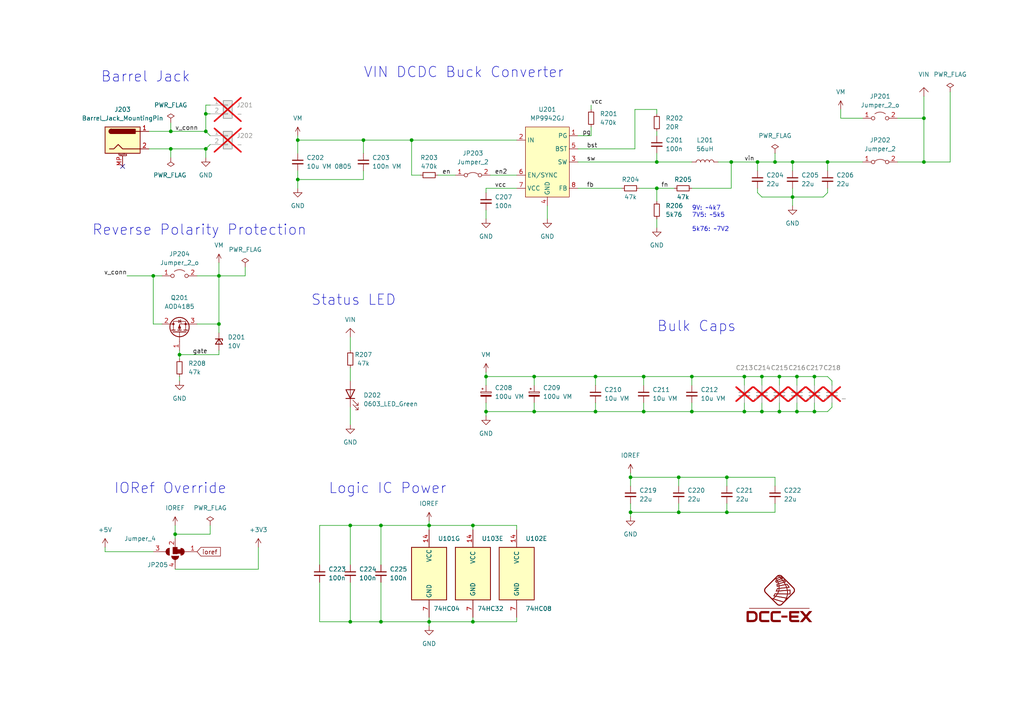
<source format=kicad_sch>
(kicad_sch (version 20230121) (generator eeschema)
  (paper "A4")
  (title_block (title "EX-Motorshield8874") (date "2023-02-23") (rev "RevA") (company "semify-eda.com") (comment 1 "Engineer: Erwin Peterlin") (comment 3 "CERN-OHL-W v2 or later") (comment 4 "Licensed under"))
  (lib_symbols
    (symbol "74xx:74HC04"
      (property "Reference" "U" (at 0 1.27 0))
      (property "Value" "74HC04" (at 0 -1.27 0))
      (symbol "74HC04_1_0"
        (pin input line (at -7.62 0 0) (length 3.81) (name "~") (number "1"))
        (pin output inverted (at 7.62 0 180) (length 3.81) (name "~") (number "2"))
      )
      (symbol "74HC04_2_0"
        (pin input line (at -7.62 0 0) (length 3.81) (name "~") (number "3"))
        (pin output inverted (at 7.62 0 180) (length 3.81) (name "~") (number "4"))
      )
      (symbol "74HC04_3_0"
        (pin input line (at -7.62 0 0) (length 3.81) (name "~") (number "5"))
        (pin output inverted (at 7.62 0 180) (length 3.81) (name "~") (number "6"))
      )
      (symbol "74HC04_4_0"
        (pin output inverted (at 7.62 0 180) (length 3.81) (name "~") (number "8"))
        (pin input line (at -7.62 0 0) (length 3.81) (name "~") (number "9"))
      )
      (symbol "74HC04_5_0"
        (pin output inverted (at 7.62 0 180) (length 3.81) (name "~") (number "10"))
        (pin input line (at -7.62 0 0) (length 3.81) (name "~") (number "11"))
      )
      (symbol "74HC04_6_0"
        (pin output inverted (at 7.62 0 180) (length 3.81) (name "~") (number "12"))
        (pin input line (at -7.62 0 0) (length 3.81) (name "~") (number "13"))
      )
      (symbol "74HC04_7_0"
        (pin power_in line (at 0 12.7 270) (length 5.08) (name "VCC") (number "14"))
        (pin power_in line (at 0 -12.7 90) (length 5.08) (name "GND") (number "7"))
      )
    )
    (symbol "74xx:74LS08" (pin_names (offset 1.016))
      (property "Reference" "U" (at 0 1.27 0))
      (property "Value" "74LS08" (at 0 -1.27 0))
      (symbol "74LS08_1_1"
        (pin input line (at -7.62 2.54 0) (length 3.81) (name "~") (number "1"))
        (pin input line (at -7.62 -2.54 0) (length 3.81) (name "~") (number "2"))
        (pin output line (at 7.62 0 180) (length 3.81) (name "~") (number "3"))
      )
      (symbol "74LS08_1_2"
        (pin input inverted (at -7.62 2.54 0) (length 4.318) (name "~") (number "1"))
        (pin input inverted (at -7.62 -2.54 0) (length 4.318) (name "~") (number "2"))
        (pin output inverted (at 7.62 0 180) (length 3.81) (name "~") (number "3"))
      )
      (symbol "74LS08_2_1"
        (pin input line (at -7.62 2.54 0) (length 3.81) (name "~") (number "4"))
        (pin input line (at -7.62 -2.54 0) (length 3.81) (name "~") (number "5"))
        (pin output line (at 7.62 0 180) (length 3.81) (name "~") (number "6"))
      )
      (symbol "74LS08_2_2"
        (pin input inverted (at -7.62 2.54 0) (length 4.318) (name "~") (number "4"))
        (pin input inverted (at -7.62 -2.54 0) (length 4.318) (name "~") (number "5"))
        (pin output inverted (at 7.62 0 180) (length 3.81) (name "~") (number "6"))
      )
      (symbol "74LS08_3_1"
        (pin input line (at -7.62 -2.54 0) (length 3.81) (name "~") (number "10"))
        (pin output line (at 7.62 0 180) (length 3.81) (name "~") (number "8"))
        (pin input line (at -7.62 2.54 0) (length 3.81) (name "~") (number "9"))
      )
      (symbol "74LS08_3_2"
        (pin input inverted (at -7.62 -2.54 0) (length 4.318) (name "~") (number "10"))
        (pin output inverted (at 7.62 0 180) (length 3.81) (name "~") (number "8"))
        (pin input inverted (at -7.62 2.54 0) (length 4.318) (name "~") (number "9"))
      )
      (symbol "74LS08_4_1"
        (pin output line (at 7.62 0 180) (length 3.81) (name "~") (number "11"))
        (pin input line (at -7.62 2.54 0) (length 3.81) (name "~") (number "12"))
        (pin input line (at -7.62 -2.54 0) (length 3.81) (name "~") (number "13"))
      )
      (symbol "74LS08_4_2"
        (pin output inverted (at 7.62 0 180) (length 3.81) (name "~") (number "11"))
        (pin input inverted (at -7.62 2.54 0) (length 4.318) (name "~") (number "12"))
        (pin input inverted (at -7.62 -2.54 0) (length 4.318) (name "~") (number "13"))
      )
      (symbol "74LS08_5_0"
        (pin power_in line (at 0 12.7 270) (length 5.08) (name "VCC") (number "14"))
        (pin power_in line (at 0 -12.7 90) (length 5.08) (name "GND") (number "7"))
      )
    )
    (symbol "74xx:74LS32" (pin_names (offset 1.016))
      (property "Reference" "U" (at 0 1.27 0))
      (property "Value" "74LS32" (at 0 -1.27 0))
      (symbol "74LS32_1_1"
        (pin input line (at -7.62 2.54 0) (length 4.318) (name "~") (number "1"))
        (pin input line (at -7.62 -2.54 0) (length 4.318) (name "~") (number "2"))
        (pin output line (at 7.62 0 180) (length 3.81) (name "~") (number "3"))
      )
      (symbol "74LS32_1_2"
        (pin input inverted (at -7.62 2.54 0) (length 3.81) (name "~") (number "1"))
        (pin input inverted (at -7.62 -2.54 0) (length 3.81) (name "~") (number "2"))
        (pin output inverted (at 7.62 0 180) (length 3.81) (name "~") (number "3"))
      )
      (symbol "74LS32_2_1"
        (pin input line (at -7.62 2.54 0) (length 4.318) (name "~") (number "4"))
        (pin input line (at -7.62 -2.54 0) (length 4.318) (name "~") (number "5"))
        (pin output line (at 7.62 0 180) (length 3.81) (name "~") (number "6"))
      )
      (symbol "74LS32_2_2"
        (pin input inverted (at -7.62 2.54 0) (length 3.81) (name "~") (number "4"))
        (pin input inverted (at -7.62 -2.54 0) (length 3.81) (name "~") (number "5"))
        (pin output inverted (at 7.62 0 180) (length 3.81) (name "~") (number "6"))
      )
      (symbol "74LS32_3_1"
        (pin input line (at -7.62 -2.54 0) (length 4.318) (name "~") (number "10"))
        (pin output line (at 7.62 0 180) (length 3.81) (name "~") (number "8"))
        (pin input line (at -7.62 2.54 0) (length 4.318) (name "~") (number "9"))
      )
      (symbol "74LS32_3_2"
        (pin input inverted (at -7.62 -2.54 0) (length 3.81) (name "~") (number "10"))
        (pin output inverted (at 7.62 0 180) (length 3.81) (name "~") (number "8"))
        (pin input inverted (at -7.62 2.54 0) (length 3.81) (name "~") (number "9"))
      )
      (symbol "74LS32_4_1"
        (pin output line (at 7.62 0 180) (length 3.81) (name "~") (number "11"))
        (pin input line (at -7.62 2.54 0) (length 4.318) (name "~") (number "12"))
        (pin input line (at -7.62 -2.54 0) (length 4.318) (name "~") (number "13"))
      )
      (symbol "74LS32_4_2"
        (pin output inverted (at 7.62 0 180) (length 3.81) (name "~") (number "11"))
        (pin input inverted (at -7.62 2.54 0) (length 3.81) (name "~") (number "12"))
        (pin input inverted (at -7.62 -2.54 0) (length 3.81) (name "~") (number "13"))
      )
      (symbol "74LS32_5_0"
        (pin power_in line (at 0 12.7 270) (length 5.08) (name "VCC") (number "14"))
        (pin power_in line (at 0 -12.7 90) (length 5.08) (name "GND") (number "7"))
      )
    )
    (symbol "Connector:Barrel_Jack_MountingPin" (pin_names hide)
      (property "Reference" "J" (at 0 5.334 0))
      (property "Value" "Barrel_Jack_MountingPin" (at 1.27 -6.35 0))
      (symbol "Barrel_Jack_MountingPin_1_1"
        (text "Mounting" (at 0 -4.191 0) (effects (font (size 0.381 0.381))))
        (pin passive line (at 7.62 2.54 180) (length 2.54) (name "~") (number "1"))
        (pin passive line (at 7.62 -2.54 180) (length 2.54) (name "~") (number "2"))
        (pin passive line (at 0 -7.62 90) (length 3.048) (name "MountPin") (number "MP"))
      )
    )
    (symbol "Connector_Generic:Conn_01x02" (pin_names (offset 1.016) hide)
      (property "Reference" "J" (at 0 2.54 0))
      (property "Value" "Conn_01x02" (at 0 -5.08 0))
      (symbol "Conn_01x02_1_1"
        (pin passive line (at -5.08 0 0) (length 3.81) (name "Pin_1") (number "1"))
        (pin passive line (at -5.08 -2.54 0) (length 3.81) (name "Pin_2") (number "2"))
      )
    )
    (symbol "Device:C_Polarized_Small" (pin_numbers hide) (pin_names (offset 0.254) hide)
      (property "Reference" "C" (at 0.254 1.778 0))
      (property "Value" "C_Polarized_Small" (at 0.254 -2.032 0))
      (symbol "C_Polarized_Small_1_1"
        (pin passive line (at 0 2.54 270) (length 1.8542) (name "~") (number "1"))
        (pin passive line (at 0 -2.54 90) (length 1.8542) (name "~") (number "2"))
      )
    )
    (symbol "Device:C_Small" (pin_numbers hide) (pin_names (offset 0.254) hide)
      (property "Reference" "C" (at 0.254 1.778 0))
      (property "Value" "C_Small" (at 0.254 -2.032 0))
      (symbol "C_Small_1_1"
        (pin passive line (at 0 2.54 270) (length 2.032) (name "~") (number "1"))
        (pin passive line (at 0 -2.54 90) (length 2.032) (name "~") (number "2"))
      )
    )
    (symbol "Device:D_Zener_Small" (pin_numbers hide) (pin_names (offset 0.254) hide)
      (property "Reference" "D" (at 0 2.286 0))
      (property "Value" "D_Zener_Small" (at 0 -2.286 0))
      (symbol "D_Zener_Small_1_1"
        (pin passive line (at -2.54 0 0) (length 1.778) (name "K") (number "1"))
        (pin passive line (at 2.54 0 180) (length 1.778) (name "A") (number "2"))
      )
    )
    (symbol "Device:L" (pin_numbers hide) (pin_names (offset 1.016) hide)
      (property "Reference" "L" (at -1.27 0 90))
      (property "Value" "L" (at 1.905 0 90))
      (symbol "L_1_1"
        (pin passive line (at 0 3.81 270) (length 1.27) (name "1") (number "1"))
        (pin passive line (at 0 -3.81 90) (length 1.27) (name "2") (number "2"))
      )
    )
    (symbol "Device:LED" (pin_numbers hide) (pin_names (offset 1.016) hide)
      (property "Reference" "D" (at 0 2.54 0))
      (property "Value" "LED" (at 0 -2.54 0))
      (symbol "LED_1_1"
        (pin passive line (at -3.81 0 0) (length 2.54) (name "K") (number "1"))
        (pin passive line (at 3.81 0 180) (length 2.54) (name "A") (number "2"))
      )
    )
    (symbol "Device:R_Small" (pin_numbers hide) (pin_names (offset 0.254) hide)
      (property "Reference" "R" (at 0.762 0.508 0))
      (property "Value" "R_Small" (at 0.762 -1.016 0))
      (symbol "R_Small_1_1"
        (pin passive line (at 0 2.54 270) (length 0.762) (name "~") (number "1"))
        (pin passive line (at 0 -2.54 90) (length 0.762) (name "~") (number "2"))
      )
    )
    (symbol "Jumper:Jumper_2_Bridged" (pin_names (offset 0) hide)
      (property "Reference" "JP" (at 0 1.905 0))
      (property "Value" "Jumper_2_Bridged" (at 0 -2.54 0))
      (symbol "Jumper_2_Bridged_1_1"
        (pin passive line (at -5.08 0 0) (length 2.54) (name "A") (number "1"))
        (pin passive line (at 5.08 0 180) (length 2.54) (name "B") (number "2"))
      )
    )
    (symbol "Jumper:Jumper_2_Open" (pin_names (offset 0) hide)
      (property "Reference" "JP" (at 0 2.794 0))
      (property "Value" "Jumper_2_Open" (at 0 -2.286 0))
      (symbol "Jumper_2_Open_1_1"
        (pin passive line (at -5.08 0 0) (length 2.54) (name "A") (number "1"))
        (pin passive line (at 5.08 0 180) (length 2.54) (name "B") (number "2"))
      )
    )
    (symbol "_my:AOD4185" (pin_names hide)
      (property "Reference" "Q" (at 5.08 1.905 0))
      (property "Value" "AOD4185" (at 5.08 0 0))
      (symbol "AOD4185_1_1"
        (pin passive line (at -5.08 0 0) (length 2.54) (name "G") (number "1"))
        (pin passive line (at 2.54 5.08 270) (length 2.54) (name "D") (number "2"))
        (pin passive line (at 2.54 -5.08 90) (length 2.54) (name "S") (number "3"))
      )
    )
    (symbol "_my:DCC-EX" (pin_names (offset 1.016)))
    (symbol "_my:IOREF" (power) (pin_numbers hide) (pin_names hide) (in_bom no) (on_board no)
      (property "Value" "IOREF" (at 0 5.08 0))
      (symbol "IOREF_1_1"
        (pin power_in line (at 0 0 90) (length 2.54) hide (name "IOREF") (number "1"))
      )
    )
    (symbol "_my:MP9942GJ"
      (property "Reference" "U" (at 0 8.89 0))
      (property "Value" "MP9942GJ" (at 0 11.43 0))
      (symbol "MP9942GJ_1_1"
        (pin output line (at 8.89 7.62 180) (length 2.54) (name "PG") (number "1"))
        (pin power_in line (at -8.89 6.35 0) (length 2.54) (name "IN") (number "2"))
        (pin power_out line (at 8.89 0 180) (length 2.54) (name "SW") (number "3"))
        (pin power_in line (at 0 -12.7 90) (length 2.54) (name "GND") (number "4"))
        (pin input line (at 8.89 3.81 180) (length 2.54) (name "BST") (number "5"))
        (pin input line (at -8.89 -3.81 0) (length 2.54) (name "EN/SYNC") (number "6"))
        (pin input line (at -8.89 -7.62 0) (length 2.54) (name "VCC") (number "7"))
        (pin input line (at 8.89 -7.62 180) (length 2.54) (name "FB") (number "8"))
      )
    )
    (symbol "_my:SolderJumper_4" (pin_names (offset 0) hide)
      (property "Reference" "JP" (at 3.175 2.54 0))
      (property "Value" "SolderJumper_4" (at 9.525 -3.175 0))
      (symbol "SolderJumper_4_1_1"
        (pin passive line (at -6.35 0 0) (length 2.54) (name "A") (number "1"))
        (pin passive line (at 0 -3.81 90) (length 2.54) (name "C") (number "2"))
        (pin passive line (at 6.35 0 180) (length 2.54) (name "B") (number "3"))
        (pin passive line (at 0 5.08 270) (length 2.54) (name "D") (number "4"))
      )
    )
    (symbol "_my:VIN" (power) (pin_numbers hide) (pin_names hide) (in_bom no) (on_board no)
      (property "Value" "VIN" (at 0 5.08 0))
      (symbol "VIN_1_1"
        (pin power_in line (at 0 0 90) (length 2.54) hide (name "VIN") (number "1"))
      )
    )
    (symbol "_my:VM" (power) (pin_numbers hide) (pin_names hide) (in_bom no) (on_board no)
      (property "Value" "VM" (at 0 5.08 0))
      (symbol "VM_1_1"
        (pin power_in line (at 0 0 90) (length 2.54) hide (name "VM") (number "1"))
      )
    )
    (symbol "power:+3V3" (power) (pin_names (offset 0))
      (property "Value" "+3V3" (at 0 3.556 0))
      (symbol "+3V3_1_1"
        (pin power_in line (at 0 0 90) (length 0) hide (name "+3V3") (number "1"))
      )
    )
    (symbol "power:+5V" (power) (pin_names (offset 0))
      (property "Value" "+5V" (at 0 3.556 0))
      (symbol "+5V_1_1"
        (pin power_in line (at 0 0 90) (length 0) hide (name "+5V") (number "1"))
      )
    )
    (symbol "power:GND" (power) (pin_names (offset 0))
      (property "Value" "GND" (at 0 -3.81 0))
      (symbol "GND_1_1"
        (pin power_in line (at 0 0 270) (length 0) hide (name "GND") (number "1"))
      )
    )
    (symbol "power:PWR_FLAG" (power) (pin_numbers hide) (pin_names (offset 0) hide)
      (property "Value" "PWR_FLAG" (at 0 3.81 0))
      (symbol "PWR_FLAG_0_0"
        (pin power_out line (at 0 0 90) (length 0) (name "pwr") (number "1"))
      )
    )
  )
  (junction (at 267.97 34.29))
  (junction (at 196.85 138.43))
  (junction (at 219.71 46.99))
  (junction (at 86.36 52.07))
  (junction (at 140.97 109.22))
  (junction (at 49.53 43.18))
  (junction (at 215.9 109.22))
  (junction (at 220.98 119.38))
  (junction (at 140.97 119.38))
  (junction (at 101.6 152.4))
  (junction (at 59.69 38.1))
  (junction (at 190.5 54.61))
  (junction (at 49.53 38.1))
  (junction (at 154.94 119.38))
  (junction (at 50.8 154.94))
  (junction (at 63.5 80.01))
  (junction (at 182.88 148.59))
  (junction (at 59.69 33.02))
  (junction (at 172.72 109.22))
  (junction (at 124.46 180.34))
  (junction (at 231.14 109.22))
  (junction (at 63.5 93.98))
  (junction (at 137.16 180.34))
  (junction (at 236.22 119.38))
  (junction (at 190.5 46.99))
  (junction (at 231.14 119.38))
  (junction (at 119.38 40.64))
  (junction (at 44.45 80.01))
  (junction (at 210.82 138.43))
  (junction (at 236.22 109.22))
  (junction (at 229.87 57.15))
  (junction (at 210.82 148.59))
  (junction (at 226.06 119.38))
  (junction (at 182.88 138.43))
  (junction (at 110.49 152.4))
  (junction (at 101.6 180.34))
  (junction (at 105.41 40.64))
  (junction (at 200.66 119.38))
  (junction (at 52.07 102.87))
  (junction (at 59.69 43.18))
  (junction (at 154.94 109.22))
  (junction (at 212.09 46.99))
  (junction (at 137.16 152.4))
  (junction (at 229.87 46.99))
  (junction (at 226.06 109.22))
  (junction (at 267.97 46.99))
  (junction (at 220.98 109.22))
  (junction (at 196.85 148.59))
  (junction (at 200.66 109.22))
  (junction (at 215.9 119.38))
  (junction (at 186.69 119.38))
  (junction (at 110.49 180.34))
  (junction (at 86.36 40.64))
  (junction (at 172.72 119.38))
  (junction (at 224.79 46.99))
  (junction (at 186.69 109.22))
  (junction (at 124.46 152.4))
  (junction (at 240.03 46.99))
  (no_connect (at 35.56 48.26))
  (wire (pts (xy 212.09 46.99) (xy 212.09 54.61)))
  (wire (pts (xy 241.3 116.84) (xy 241.3 118.11)))
  (wire (pts (xy 172.72 119.38) (xy 186.69 119.38)))
  (wire (pts (xy 101.6 106.68) (xy 101.6 110.49)))
  (wire (pts (xy 124.46 180.34) (xy 124.46 181.61)))
  (wire (pts (xy 231.14 109.22) (xy 231.14 111.76)))
  (wire (pts (xy 196.85 148.59) (xy 210.82 148.59)))
  (wire (pts (xy 240.03 55.88) (xy 238.76 57.15)))
  (wire (pts (xy 140.97 119.38) (xy 154.94 119.38)))
  (wire (pts (xy 260.35 34.29) (xy 267.97 34.29)))
  (wire (pts (xy 127 50.8) (xy 132.08 50.8)))
  (wire (pts (xy 43.18 38.1) (xy 49.53 38.1)))
  (wire (pts (xy 229.87 46.99) (xy 229.87 49.53)))
  (wire (pts (xy 50.8 154.94) (xy 50.8 152.4)))
  (wire (pts (xy 241.3 118.11) (xy 240.03 119.38)))
  (wire (pts (xy 240.03 46.99) (xy 240.03 49.53)))
  (wire (pts (xy 236.22 109.22) (xy 236.22 111.76)))
  (wire (pts (xy 219.71 55.88) (xy 220.98 57.15)))
  (wire (pts (xy 57.15 80.01) (xy 63.5 80.01)))
  (wire (pts (xy 190.5 31.75) (xy 190.5 33.02)))
  (wire (pts (xy 240.03 54.61) (xy 240.03 55.88)))
  (wire (pts (xy 52.07 109.22) (xy 52.07 110.49)))
  (wire (pts (xy 124.46 151.13) (xy 124.46 152.4)))
  (wire (pts (xy 200.66 54.61) (xy 212.09 54.61)))
  (wire (pts (xy 59.69 30.48) (xy 60.96 30.48)))
  (wire (pts (xy 167.64 43.18) (xy 184.15 43.18)))
  (wire (pts (xy 240.03 109.22) (xy 241.3 110.49)))
  (wire (pts (xy 154.94 116.84) (xy 154.94 119.38)))
  (wire (pts (xy 52.07 102.87) (xy 63.5 102.87)))
  (wire (pts (xy 60.96 41.91) (xy 59.69 43.18)))
  (wire (pts (xy 63.5 96.52) (xy 63.5 93.98)))
  (wire (pts (xy 275.59 46.99) (xy 275.59 26.67)))
  (wire (pts (xy 101.6 168.91) (xy 101.6 180.34)))
  (wire (pts (xy 210.82 138.43) (xy 224.79 138.43)))
  (wire (pts (xy 260.35 46.99) (xy 267.97 46.99)))
  (wire (pts (xy 140.97 109.22) (xy 140.97 111.76)))
  (wire (pts (xy 200.66 119.38) (xy 215.9 119.38)))
  (wire (pts (xy 101.6 152.4) (xy 101.6 163.83)))
  (wire (pts (xy 63.5 102.87) (xy 63.5 101.6)))
  (wire (pts (xy 149.86 179.07) (xy 149.86 180.34)))
  (wire (pts (xy 110.49 152.4) (xy 124.46 152.4)))
  (wire (pts (xy 210.82 146.05) (xy 210.82 148.59)))
  (wire (pts (xy 220.98 116.84) (xy 220.98 119.38)))
  (wire (pts (xy 63.5 80.01) (xy 71.12 80.01)))
  (wire (pts (xy 119.38 40.64) (xy 149.86 40.64)))
  (wire (pts (xy 182.88 138.43) (xy 182.88 140.97)))
  (wire (pts (xy 243.84 34.29) (xy 250.19 34.29)))
  (wire (pts (xy 59.69 43.18) (xy 59.69 45.72)))
  (wire (pts (xy 226.06 109.22) (xy 231.14 109.22)))
  (wire (pts (xy 224.79 138.43) (xy 224.79 140.97)))
  (wire (pts (xy 267.97 34.29) (xy 267.97 46.99)))
  (wire (pts (xy 229.87 57.15) (xy 229.87 59.69)))
  (wire (pts (xy 182.88 148.59) (xy 196.85 148.59)))
  (wire (pts (xy 215.9 109.22) (xy 215.9 111.76)))
  (wire (pts (xy 182.88 146.05) (xy 182.88 148.59)))
  (wire (pts (xy 140.97 60.96) (xy 140.97 63.5)))
  (wire (pts (xy 190.5 54.61) (xy 190.5 58.42)))
  (wire (pts (xy 86.36 52.07) (xy 86.36 54.61)))
  (wire (pts (xy 137.16 180.34) (xy 149.86 180.34)))
  (wire (pts (xy 182.88 148.59) (xy 182.88 149.86)))
  (wire (pts (xy 236.22 119.38) (xy 240.03 119.38)))
  (wire (pts (xy 124.46 152.4) (xy 124.46 153.67)))
  (wire (pts (xy 215.9 109.22) (xy 220.98 109.22)))
  (wire (pts (xy 196.85 146.05) (xy 196.85 148.59)))
  (wire (pts (xy 140.97 107.95) (xy 140.97 109.22)))
  (wire (pts (xy 240.03 46.99) (xy 250.19 46.99)))
  (wire (pts (xy 210.82 148.59) (xy 224.79 148.59)))
  (wire (pts (xy 44.45 93.98) (xy 46.99 93.98)))
  (wire (pts (xy 190.5 31.75) (xy 184.15 31.75)))
  (wire (pts (xy 49.53 38.1) (xy 59.69 38.1)))
  (wire (pts (xy 224.79 46.99) (xy 224.79 44.45)))
  (wire (pts (xy 231.14 116.84) (xy 231.14 119.38)))
  (wire (pts (xy 59.69 33.02) (xy 59.69 30.48)))
  (wire (pts (xy 167.64 39.37) (xy 171.45 39.37)))
  (wire (pts (xy 236.22 109.22) (xy 240.03 109.22)))
  (wire (pts (xy 196.85 138.43) (xy 196.85 140.97)))
  (wire (pts (xy 196.85 138.43) (xy 210.82 138.43)))
  (wire (pts (xy 200.66 109.22) (xy 215.9 109.22)))
  (wire (pts (xy 30.48 158.75) (xy 30.48 160.02)))
  (wire (pts (xy 86.36 39.37) (xy 86.36 40.64)))
  (wire (pts (xy 49.53 38.1) (xy 49.53 35.56)))
  (wire (pts (xy 186.69 109.22) (xy 186.69 111.76)))
  (wire (pts (xy 105.41 40.64) (xy 119.38 40.64)))
  (wire (pts (xy 74.93 165.1) (xy 50.8 165.1)))
  (wire (pts (xy 154.94 109.22) (xy 154.94 111.76)))
  (wire (pts (xy 110.49 168.91) (xy 110.49 180.34)))
  (wire (pts (xy 219.71 46.99) (xy 219.71 49.53)))
  (wire (pts (xy 101.6 152.4) (xy 110.49 152.4)))
  (wire (pts (xy 124.46 179.07) (xy 124.46 180.34)))
  (wire (pts (xy 63.5 80.01) (xy 63.5 76.2)))
  (wire (pts (xy 105.41 49.53) (xy 105.41 52.07)))
  (wire (pts (xy 190.5 63.5) (xy 190.5 66.04)))
  (wire (pts (xy 105.41 40.64) (xy 105.41 44.45)))
  (wire (pts (xy 171.45 30.48) (xy 171.45 31.75)))
  (wire (pts (xy 186.69 119.38) (xy 200.66 119.38)))
  (wire (pts (xy 186.69 109.22) (xy 200.66 109.22)))
  (wire (pts (xy 219.71 46.99) (xy 224.79 46.99)))
  (wire (pts (xy 186.69 116.84) (xy 186.69 119.38)))
  (wire (pts (xy 140.97 54.61) (xy 140.97 55.88)))
  (wire (pts (xy 149.86 152.4) (xy 149.86 153.67)))
  (wire (pts (xy 184.15 31.75) (xy 184.15 43.18)))
  (wire (pts (xy 137.16 152.4) (xy 149.86 152.4)))
  (wire (pts (xy 60.96 154.94) (xy 60.96 152.4)))
  (wire (pts (xy 86.36 52.07) (xy 105.41 52.07)))
  (wire (pts (xy 219.71 54.61) (xy 219.71 55.88)))
  (wire (pts (xy 220.98 109.22) (xy 220.98 111.76)))
  (wire (pts (xy 210.82 138.43) (xy 210.82 140.97)))
  (wire (pts (xy 172.72 109.22) (xy 186.69 109.22)))
  (wire (pts (xy 231.14 119.38) (xy 236.22 119.38)))
  (wire (pts (xy 86.36 40.64) (xy 86.36 44.45)))
  (wire (pts (xy 71.12 80.01) (xy 71.12 77.47)))
  (wire (pts (xy 49.53 43.18) (xy 49.53 45.72)))
  (wire (pts (xy 226.06 119.38) (xy 231.14 119.38)))
  (wire (pts (xy 101.6 180.34) (xy 110.49 180.34)))
  (wire (pts (xy 119.38 50.8) (xy 121.92 50.8)))
  (wire (pts (xy 220.98 119.38) (xy 226.06 119.38)))
  (wire (pts (xy 267.97 27.94) (xy 267.97 34.29)))
  (wire (pts (xy 44.45 80.01) (xy 46.99 80.01)))
  (wire (pts (xy 49.53 43.18) (xy 59.69 43.18)))
  (wire (pts (xy 140.97 109.22) (xy 154.94 109.22)))
  (wire (pts (xy 224.79 146.05) (xy 224.79 148.59)))
  (wire (pts (xy 140.97 116.84) (xy 140.97 119.38)))
  (wire (pts (xy 52.07 101.6) (xy 52.07 102.87)))
  (wire (pts (xy 200.66 116.84) (xy 200.66 119.38)))
  (wire (pts (xy 86.36 40.64) (xy 105.41 40.64)))
  (wire (pts (xy 167.64 54.61) (xy 180.34 54.61)))
  (wire (pts (xy 92.71 180.34) (xy 101.6 180.34)))
  (wire (pts (xy 167.64 46.99) (xy 190.5 46.99)))
  (wire (pts (xy 226.06 109.22) (xy 226.06 111.76)))
  (wire (pts (xy 149.86 54.61) (xy 140.97 54.61)))
  (wire (pts (xy 57.15 93.98) (xy 63.5 93.98)))
  (wire (pts (xy 36.83 80.01) (xy 44.45 80.01)))
  (wire (pts (xy 212.09 46.99) (xy 219.71 46.99)))
  (wire (pts (xy 215.9 119.38) (xy 220.98 119.38)))
  (wire (pts (xy 224.79 46.99) (xy 229.87 46.99)))
  (wire (pts (xy 137.16 179.07) (xy 137.16 180.34)))
  (wire (pts (xy 226.06 116.84) (xy 226.06 119.38)))
  (wire (pts (xy 229.87 46.99) (xy 240.03 46.99)))
  (wire (pts (xy 154.94 119.38) (xy 172.72 119.38)))
  (wire (pts (xy 110.49 180.34) (xy 124.46 180.34)))
  (wire (pts (xy 137.16 152.4) (xy 137.16 153.67)))
  (wire (pts (xy 182.88 138.43) (xy 196.85 138.43)))
  (wire (pts (xy 124.46 180.34) (xy 137.16 180.34)))
  (wire (pts (xy 190.5 38.1) (xy 190.5 39.37)))
  (wire (pts (xy 44.45 80.01) (xy 44.45 93.98)))
  (wire (pts (xy 231.14 109.22) (xy 236.22 109.22)))
  (wire (pts (xy 220.98 57.15) (xy 229.87 57.15)))
  (wire (pts (xy 110.49 152.4) (xy 110.49 163.83)))
  (wire (pts (xy 86.36 49.53) (xy 86.36 52.07)))
  (wire (pts (xy 50.8 156.21) (xy 50.8 154.94)))
  (wire (pts (xy 43.18 43.18) (xy 49.53 43.18)))
  (wire (pts (xy 172.72 116.84) (xy 172.72 119.38)))
  (wire (pts (xy 229.87 57.15) (xy 238.76 57.15)))
  (wire (pts (xy 52.07 102.87) (xy 52.07 104.14)))
  (wire (pts (xy 190.5 44.45) (xy 190.5 46.99)))
  (wire (pts (xy 220.98 109.22) (xy 226.06 109.22)))
  (wire (pts (xy 208.28 46.99) (xy 212.09 46.99)))
  (wire (pts (xy 101.6 118.11) (xy 101.6 123.19)))
  (wire (pts (xy 119.38 40.64) (xy 119.38 50.8)))
  (wire (pts (xy 243.84 31.75) (xy 243.84 34.29)))
  (wire (pts (xy 101.6 97.79) (xy 101.6 101.6)))
  (wire (pts (xy 59.69 38.1) (xy 59.69 33.02)))
  (wire (pts (xy 158.75 63.5) (xy 158.75 59.69)))
  (wire (pts (xy 30.48 160.02) (xy 44.45 160.02)))
  (wire (pts (xy 182.88 137.16) (xy 182.88 138.43)))
  (wire (pts (xy 92.71 152.4) (xy 101.6 152.4)))
  (wire (pts (xy 63.5 93.98) (xy 63.5 80.01)))
  (wire (pts (xy 172.72 109.22) (xy 172.72 111.76)))
  (wire (pts (xy 267.97 46.99) (xy 275.59 46.99)))
  (wire (pts (xy 124.46 152.4) (xy 137.16 152.4)))
  (wire (pts (xy 50.8 154.94) (xy 60.96 154.94)))
  (wire (pts (xy 92.71 168.91) (xy 92.71 180.34)))
  (wire (pts (xy 200.66 109.22) (xy 200.66 111.76)))
  (wire (pts (xy 92.71 152.4) (xy 92.71 163.83)))
  (wire (pts (xy 154.94 109.22) (xy 172.72 109.22)))
  (wire (pts (xy 142.24 50.8) (xy 149.86 50.8)))
  (wire (pts (xy 190.5 46.99) (xy 200.66 46.99)))
  (wire (pts (xy 185.42 54.61) (xy 190.5 54.61)))
  (wire (pts (xy 229.87 57.15) (xy 229.87 54.61)))
  (wire (pts (xy 190.5 54.61) (xy 195.58 54.61)))
  (wire (pts (xy 215.9 116.84) (xy 215.9 119.38)))
  (wire (pts (xy 241.3 110.49) (xy 241.3 111.76)))
  (wire (pts (xy 236.22 116.84) (xy 236.22 119.38)))
  (wire (pts (xy 74.93 158.75) (xy 74.93 165.1)))
  (wire (pts (xy 59.69 33.02) (xy 60.96 33.02)))
  (wire (pts (xy 140.97 119.38) (xy 140.97 120.65)))
  (wire (pts (xy 59.69 38.1) (xy 60.96 39.37)))
  (wire (pts (xy 171.45 36.83) (xy 171.45 39.37)))
  (text "Status LED" (at 90.17 88.9 0) (effects (font (size 3 3)) (justify left bottom)))
  (text "9V: ~4k7\n7V5: ~5k5\n\n5k76: ~7V2" (at 200.66 67.31 0) (effects (font (size 1.27 1.27)) (justify left bottom)))
  (text "IORef Override" (at 33.02 143.51 0) (effects (font (size 3 3)) (justify left bottom)))
  (text "Bulk Caps" (at 190.5 96.52 0) (effects (font (size 3 3)) (justify left bottom)))
  (text "Reverse Polarity Protection" (at 26.67 68.58 0) (effects (font (size 3 3)) (justify left bottom)))
  (text "Logic IC Power" (at 95.25 143.51 0) (effects (font (size 3 3)) (justify left bottom)))
  (text "VIN DCDC Buck Converter" (at 105.41 22.86 0) (effects (font (size 3 3)) (justify left bottom)))
  (text "Barrel Jack" (at 29.21 24.13 0) (effects (font (size 3 3)) (justify left bottom)))
  (label "fb" (at 170.18 54.61 0))
  (label "pg" (at 168.91 39.37 0))
  (label "v_conn" (at 36.83 80.01 180))
  (label "bst" (at 170.18 43.18 0))
  (label "en2" (at 143.51 50.8 0))
  (label "vcc" (at 143.51 54.61 0))
  (label "vcc" (at 171.45 30.48 0))
  (label "en" (at 128.27 50.8 0))
  (label "vin" (at 215.9 46.99 0))
  (label "gate" (at 55.88 102.87 0))
  (label "v_conn" (at 50.8 38.1 0))
  (label "fn" (at 191.77 54.61 0))
  (label "sw" (at 170.18 46.99 0))
  (global_label "ioref" (shape input) (at 57.15 160.02 0) (property "Intersheetrefs" "${INTERSHEET_REFS}" (effects hide)))
  (symbol (lib_id "74xx:74LS08") (at 149.86 166.37 0) (unit 5)
    (property "Reference" "U102" (at 152.4 156.21 0) (effects (justify left)))
    (property "Value" "74HC08" (at 152.4 176.53 0) (effects (justify left)))
    (property "Footprint" "Package_SO:SO-14_3.9x8.65mm_P1.27mm" (effects hide))
    (property "LCSC Part #" "C5593" (effects hide))
    (property "rohs_cert_or_in_datasheet" "y" (effects hide))
  )
  (symbol (lib_id "Device:C_Small") (at 224.79 143.51 0) (unit 1)
    (property "Reference" "C222" (at 227.33 142.24 0) (effects (justify left)))
    (property "Value" "22u" (at 227.33 144.78 0) (effects (justify left)))
    (property "Footprint" "Capacitor_SMD:C_0805_2012Metric" (effects hide))
    (property "LCSC Part #" "C45783" (effects hide))
    (property "rohs_cert_or_in_datasheet" "y" (effects hide))
  )
  (symbol (lib_id "Device:D_Zener_Small") (at 63.5 99.06 270) (unit 1)
    (property "Reference" "D201" (at 66.04 97.7899 90) (effects (justify left)))
    (property "Value" "10V" (at 66.04 100.3299 90) (effects (justify left)))
    (property "Footprint" "Diode_SMD:D_SOD-323" (effects hide))
    (property "LCSC Part #" "C85383" (effects hide))
    (property "rohs_cert_or_in_datasheet" "y" (effects hide))
  )
  (symbol (lib_id "_my:VM") (at 86.36 39.37 0) (unit 1) (in_bom no) (on_board no)
    (property "Reference" "#PWR0203" (effects hide))
    (property "Value" "VM" (at 86.36 34.29 0))
  )
  (symbol (lib_id "Device:C_Polarized_Small") (at 140.97 114.3 0) (unit 1)
    (property "Reference" "C208" (at 143.51 112.4838 0) (effects (justify left)))
    (property "Value" "100u VM" (at 143.51 115.0238 0) (effects (justify left)))
    (property "Footprint" "Capacitor_SMD:CP_Elec_6.3x7.7" (effects hide))
    (property "LCSC Part #" "C125975" (effects hide))
    (property "rohs_cert_or_in_datasheet" "y" (effects hide))
  )
  (symbol (lib_id "_my:DCC-EX") (at 226.06 174.625 0) (unit 1) (in_bom no) (on_board no)
    (property "Reference" "#G101" (effects hide))
    (property "Value" "LOGO" (effects hide))
    (instances (project "motor-shield" (path "" (reference "#G101") (unit 1)) (path "" (reference "#G1") (unit 1))))
  )
  (symbol (lib_id "_my:VIN") (at 267.97 27.94 0) (unit 1) (in_bom no) (on_board no)
    (property "Reference" "#PWR0201" (effects hide))
    (property "Value" "VIN" (at 267.97 21.59 0))
  )
  (symbol (lib_id "_my:AOD4185") (at 52.07 96.52 90) (unit 1)
    (property "Reference" "Q201" (at 52.07 86.36 90))
    (property "Value" "AOD4185" (at 52.07 88.9 90))
    (property "Footprint" "Package_TO_SOT_SMD:TO-252-2" (effects hide))
    (property "Datasheet" "https://datasheet.lcsc.com/lcsc/1912111437_Alpha---Omega-Semicon-AOD4185_C400894.pdf" (effects hide))
    (property "LCSC Part #" "C400894" (effects hide))
    (property "rohs_cert_or_in_datasheet" "y" (effects hide))
  )
  (symbol (lib_id "Jumper:Jumper_2_Open") (at 52.07 80.01 0) (unit 1) (in_bom no)
    (property "Reference" "JP204" (at 52.07 73.66 0))
    (property "Value" "Jumper_2_o" (at 52.07 76.2 0))
    (property "Footprint" "Jumper:SolderJumper-2_P1.3mm_Open_RoundedPad1.0x1.5mm" (effects hide))
  )
  (symbol (lib_id "Device:R_Small") (at 124.46 50.8 270) (unit 1)
    (property "Reference" "R203" (at 124.46 45.72 90))
    (property "Value" "470k" (at 124.46 48.26 90))
    (property "Footprint" "_my:R_1005_(0402)" (effects hide))
    (property "LCSC Part #" "C137865" (effects hide))
    (property "rohs_cert_or_in_datasheet" "y" (effects hide))
  )
  (symbol (lib_id "Device:C_Polarized_Small") (at 154.94 114.3 0) (unit 1)
    (property "Reference" "C209" (at 157.48 112.4838 0) (effects (justify left)))
    (property "Value" "100u VM" (at 157.48 115.0238 0) (effects (justify left)))
    (property "Footprint" "Capacitor_SMD:CP_Elec_6.3x7.7" (effects hide))
    (property "LCSC Part #" "C125975" (effects hide))
    (property "rohs_cert_or_in_datasheet" "y" (effects hide))
  )
  (symbol (lib_id "Device:C_Small") (at 110.49 166.37 0) (unit 1)
    (property "Reference" "C225" (at 113.03 165.1062 0) (effects (justify left)))
    (property "Value" "100n" (at 113.03 167.6462 0) (effects (justify left)))
    (property "Footprint" "_my:C_1005_(0402)" (effects hide))
    (property "LCSC Part #" "C1525" (effects hide))
    (property "rohs_cert_or_in_datasheet" "y" (effects hide))
  )
  (symbol (lib_id "power:GND") (at 124.46 181.61 0) (unit 1)
    (property "Reference" "#PWR0222" (effects hide))
    (property "Value" "GND" (at 124.46 186.69 0))
  )
  (symbol (lib_id "power:PWR_FLAG") (at 71.12 77.47 0) (unit 1)
    (property "Reference" "#FLG0205" (effects hide))
    (property "Value" "PWR_FLAG" (at 71.12 72.39 0))
  )
  (symbol (lib_id "_my:VIN") (at 101.6 97.79 0) (unit 1) (in_bom no) (on_board no)
    (property "Reference" "#PWR0211" (effects hide))
    (property "Value" "VIN" (at 101.6 92.71 0))
  )
  (symbol (lib_id "Device:LED") (at 101.6 114.3 90) (unit 1)
    (property "Reference" "D202" (at 105.41 114.6174 90) (effects (justify right)))
    (property "Value" "0603_LED_Green" (at 105.41 117.1574 90) (effects (justify right)))
    (property "Footprint" "LED_SMD:LED_0603_1608Metric" (effects hide))
    (property "LCSC Part #" "C72043 " (effects hide))
    (property "rohs_cert_or_in_datasheet" "y" (effects hide))
  )
  (symbol (lib_id "Device:C_Small") (at 220.98 114.3 0) (unit 1) (in_bom no) (dnp yes)
    (property "Reference" "C214" (at 218.44 106.68 0) (effects (justify left)))
    (property "Value" "-" (at 223.52 115.5762 0) (effects (justify left)))
    (property "Footprint" "Capacitor_SMD:C_1210_3225Metric_Pad1.33x2.70mm_HandSolder" (effects hide))
  )
  (symbol (lib_id "Device:C_Small") (at 229.87 52.07 0) (unit 1)
    (property "Reference" "C205" (at 232.41 50.8062 0) (effects (justify left)))
    (property "Value" "22u" (at 232.41 53.3462 0) (effects (justify left)))
    (property "Footprint" "Capacitor_SMD:C_0805_2012Metric" (effects hide))
    (property "LCSC Part #" "C45783" (effects hide))
    (property "rohs_cert_or_in_datasheet" "y" (effects hide))
  )
  (symbol (lib_id "power:PWR_FLAG") (at 275.59 26.67 0) (unit 1)
    (property "Reference" "#FLG0201" (effects hide))
    (property "Value" "PWR_FLAG" (at 275.59 21.59 0))
  )
  (symbol (lib_id "Device:C_Small") (at 140.97 58.42 0) (unit 1)
    (property "Reference" "C207" (at 143.51 57.1562 0) (effects (justify left)))
    (property "Value" "100n" (at 143.51 59.6962 0) (effects (justify left)))
    (property "Footprint" "_my:C_1005_(0402)" (effects hide))
    (property "LCSC Part #" "C1525" (effects hide))
    (property "rohs_cert_or_in_datasheet" "y" (effects hide))
  )
  (symbol (lib_id "_my:VM") (at 140.97 107.95 0) (unit 1) (in_bom no) (on_board no)
    (property "Reference" "#PWR0212" (effects hide))
    (property "Value" "VM" (at 140.97 102.87 0))
  )
  (symbol (lib_id "power:PWR_FLAG") (at 224.79 44.45 0) (unit 1)
    (property "Reference" "#FLG0203" (effects hide))
    (property "Value" "PWR_FLAG" (at 224.79 39.37 0))
  )
  (symbol (lib_id "Device:C_Small") (at 215.9 114.3 0) (unit 1) (in_bom no) (dnp yes)
    (property "Reference" "C213" (at 213.36 106.68 0) (effects (justify left)))
    (property "Value" "-" (at 218.44 115.5762 0) (effects (justify left)))
    (property "Footprint" "Capacitor_SMD:C_1210_3225Metric_Pad1.33x2.70mm_HandSolder" (effects hide))
  )
  (symbol (lib_id "Device:C_Small") (at 210.82 143.51 0) (unit 1)
    (property "Reference" "C221" (at 213.36 142.24 0) (effects (justify left)))
    (property "Value" "22u" (at 213.36 144.78 0) (effects (justify left)))
    (property "Footprint" "Capacitor_SMD:C_0805_2012Metric" (effects hide))
    (property "LCSC Part #" "C45783" (effects hide))
    (property "rohs_cert_or_in_datasheet" "y" (effects hide))
  )
  (symbol (lib_id "Device:C_Small") (at 240.03 52.07 0) (unit 1)
    (property "Reference" "C206" (at 242.57 50.8062 0) (effects (justify left)))
    (property "Value" "22u" (at 242.57 53.3462 0) (effects (justify left)))
    (property "Footprint" "Capacitor_SMD:C_0805_2012Metric" (effects hide))
    (property "LCSC Part #" "C45783" (effects hide))
    (property "rohs_cert_or_in_datasheet" "y" (effects hide))
  )
  (symbol (lib_id "Jumper:Jumper_2_Bridged") (at 255.27 46.99 0) (unit 1) (in_bom no)
    (property "Reference" "JP202" (at 255.27 40.64 0))
    (property "Value" "Jumper_2" (at 255.27 43.18 0))
    (property "Footprint" "Jumper:SolderJumper-2_P1.3mm_Bridged2Bar_RoundedPad1.0x1.5mm" (effects hide))
  )
  (symbol (lib_id "Device:R_Small") (at 101.6 104.14 180) (unit 1)
    (property "Reference" "R207" (at 105.41 102.87 0))
    (property "Value" "47k" (at 105.41 105.41 0))
    (property "Footprint" "_my:R_1005_(0402)" (effects hide))
    (property "LCSC Part #" "C163440" (effects hide))
    (property "rohs_cert_or_in_datasheet" "y" (effects hide))
  )
  (symbol (lib_id "Device:L") (at 204.47 46.99 90) (unit 1)
    (property "Reference" "L201" (at 204.47 40.64 90))
    (property "Value" "56uH" (at 204.47 43.18 90))
    (property "Footprint" "_my:L_PSPMAA0805" (effects hide))
    (property "Datasheet" "https://datasheet.lcsc.com/lcsc/2201201800_PROD-Tech-PSPMAA0805-560M-ANP_C2962890.pdf" (effects hide))
    (property "LCSC Part #" "C2962890" (effects hide))
    (property "rohs_cert_or_in_datasheet" "y" (effects hide))
  )
  (symbol (lib_id "power:PWR_FLAG") (at 49.53 35.56 0) (unit 1)
    (property "Reference" "#FLG0202" (effects hide))
    (property "Value" "PWR_FLAG" (at 49.53 30.48 0))
  )
  (symbol (lib_id "Connector:Barrel_Jack_MountingPin") (at 35.56 40.64 0) (unit 1)
    (property "Reference" "J203" (at 35.56 31.75 0))
    (property "Value" "Barrel_Jack_MountingPin" (at 35.56 34.29 0))
    (property "Footprint" "_my:BarrelJack_2.1mm_SMD" (effects hide))
    (property "LCSC Part #" "C194407" (effects hide))
    (property "rohs_cert_or_in_datasheet" "n" (effects hide))
  )
  (symbol (lib_id "Device:C_Small") (at 86.36 46.99 0) (unit 1)
    (property "Reference" "C202" (at 88.9 45.7262 0) (effects (justify left)))
    (property "Value" "10u VM 0805" (at 88.9 48.2662 0) (effects (justify left)))
    (property "Footprint" "Capacitor_SMD:C_0805_2012Metric" (effects hide))
    (property "LCSC Part #" "C440198" (effects hide))
    (property "rohs_cert_or_in_datasheet" "y" (effects hide))
  )
  (symbol (lib_id "power:PWR_FLAG") (at 49.53 45.72 180) (unit 1)
    (property "Reference" "#FLG0204" (effects hide))
    (property "Value" "PWR_FLAG" (at 44.45 50.8 0) (effects (justify right)))
  )
  (symbol (lib_id "Device:C_Small") (at 182.88 143.51 0) (unit 1)
    (property "Reference" "C219" (at 185.42 142.24 0) (effects (justify left)))
    (property "Value" "22u" (at 185.42 144.78 0) (effects (justify left)))
    (property "Footprint" "Capacitor_SMD:C_0805_2012Metric" (effects hide))
    (property "LCSC Part #" "C45783" (effects hide))
    (property "rohs_cert_or_in_datasheet" "y" (effects hide))
  )
  (symbol (lib_id "_my:IOREF") (at 50.8 152.4 0) (unit 1) (in_bom no) (on_board no)
    (property "Reference" "#PWR0219" (effects hide))
    (property "Value" "IOREF" (at 50.8 147.32 0))
  )
  (symbol (lib_id "Device:R_Small") (at 52.07 106.68 0) (unit 1)
    (property "Reference" "R208" (at 54.61 105.4099 0) (effects (justify left)))
    (property "Value" "47k" (at 54.61 107.9499 0) (effects (justify left)))
    (property "Footprint" "_my:R_1005_(0402)" (effects hide))
    (property "LCSC Part #" "C163440" (effects hide))
    (property "rohs_cert_or_in_datasheet" "y" (effects hide))
  )
  (symbol (lib_id "Device:C_Small") (at 190.5 41.91 0) (unit 1)
    (property "Reference" "C201" (at 193.04 40.6462 0) (effects (justify left)))
    (property "Value" "100n" (at 193.04 43.1862 0) (effects (justify left)))
    (property "Footprint" "_my:C_1005_(0402)" (effects hide))
    (property "LCSC Part #" "C1525" (effects hide))
    (property "rohs_cert_or_in_datasheet" "y" (effects hide))
  )
  (symbol (lib_id "Device:C_Small") (at 92.71 166.37 0) (unit 1)
    (property "Reference" "C223" (at 95.25 165.1062 0) (effects (justify left)))
    (property "Value" "100n" (at 95.25 167.6462 0) (effects (justify left)))
    (property "Footprint" "_my:C_1005_(0402)" (effects hide))
    (property "LCSC Part #" "C1525" (effects hide))
    (property "rohs_cert_or_in_datasheet" "y" (effects hide))
  )
  (symbol (lib_id "power:GND") (at 182.88 149.86 0) (unit 1)
    (property "Reference" "#PWR0217" (effects hide))
    (property "Value" "GND" (at 182.88 154.94 0))
  )
  (symbol (lib_id "Device:R_Small") (at 198.12 54.61 90) (unit 1)
    (property "Reference" "R205" (at 198.12 52.07 90))
    (property "Value" "47k" (at 198.12 57.15 90))
    (property "Footprint" "_my:R_1005_(0402)" (effects hide))
    (property "LCSC Part #" "C163440" (effects hide))
    (property "rohs_cert_or_in_datasheet" "y" (effects hide))
  )
  (symbol (lib_id "power:GND") (at 158.75 63.5 0) (unit 1)
    (property "Reference" "#PWR0208" (effects hide))
    (property "Value" "GND" (at 158.75 68.58 0))
  )
  (symbol (lib_id "Device:C_Small") (at 226.06 114.3 0) (unit 1) (in_bom no) (dnp yes)
    (property "Reference" "C215" (at 223.52 106.68 0) (effects (justify left)))
    (property "Value" "-" (at 228.6 115.5762 0) (effects (justify left)))
    (property "Footprint" "Capacitor_SMD:C_1210_3225Metric_Pad1.33x2.70mm_HandSolder" (effects hide))
  )
  (symbol (lib_id "74xx:74LS32") (at 137.16 166.37 0) (unit 5)
    (property "Reference" "U103" (at 139.7 156.21 0) (effects (justify left)))
    (property "Value" "74HC32" (at 138.43 176.53 0) (effects (justify left)))
    (property "Footprint" "Package_SO:SO-14_3.9x8.65mm_P1.27mm" (effects hide))
    (property "LCSC Part #" "C5632" (effects hide))
    (property "rohs_cert_or_in_datasheet" "y" (effects hide))
  )
  (symbol (lib_id "power:GND") (at 86.36 54.61 0) (unit 1)
    (property "Reference" "#PWR0205" (effects hide))
    (property "Value" "GND" (at 86.36 59.69 0))
  )
  (symbol (lib_id "Device:R_Small") (at 171.45 34.29 0) (unit 1)
    (property "Reference" "R201" (at 173.99 33.0199 0) (effects (justify left)))
    (property "Value" "470k" (at 173.99 35.5599 0) (effects (justify left)))
    (property "Footprint" "_my:R_1005_(0402)" (effects hide))
    (property "LCSC Part #" "C137865" (effects hide))
    (property "rohs_cert_or_in_datasheet" "y" (effects hide))
  )
  (symbol (lib_id "_my:IOREF") (at 182.88 137.16 0) (unit 1) (in_bom no) (on_board no)
    (property "Reference" "#PWR0216" (effects hide))
    (property "Value" "IOREF" (at 182.88 132.08 0))
  )
  (symbol (lib_id "Device:C_Small") (at 231.14 114.3 0) (unit 1) (in_bom no) (dnp yes)
    (property "Reference" "C216" (at 228.6 106.68 0) (effects (justify left)))
    (property "Value" "-" (at 233.68 115.5762 0) (effects (justify left)))
    (property "Footprint" "Capacitor_SMD:C_1210_3225Metric_Pad1.33x2.70mm_HandSolder" (effects hide))
  )
  (symbol (lib_id "Device:R_Small") (at 190.5 60.96 0) (unit 1)
    (property "Reference" "R206" (at 193.04 59.6899 0) (effects (justify left)))
    (property "Value" "5k76" (at 193.04 62.2299 0) (effects (justify left)))
    (property "Footprint" "_my:R_1005_(0402)" (effects hide))
    (property "LCSC Part #" "C185405" (effects hide))
    (property "rohs_cert_or_in_datasheet" "y" (effects hide))
  )
  (symbol (lib_id "Device:C_Small") (at 241.3 114.3 0) (unit 1) (in_bom no) (dnp yes)
    (property "Reference" "C218" (at 238.76 106.68 0) (effects (justify left)))
    (property "Value" "-" (at 243.84 115.5762 0) (effects (justify left)))
    (property "Footprint" "Capacitor_SMD:C_1210_3225Metric_Pad1.33x2.70mm_HandSolder" (effects hide))
  )
  (symbol (lib_id "Device:C_Small") (at 196.85 143.51 0) (unit 1)
    (property "Reference" "C220" (at 199.39 142.24 0) (effects (justify left)))
    (property "Value" "22u" (at 199.39 144.78 0) (effects (justify left)))
    (property "Footprint" "Capacitor_SMD:C_0805_2012Metric" (effects hide))
    (property "LCSC Part #" "C45783" (effects hide))
    (property "rohs_cert_or_in_datasheet" "y" (effects hide))
  )
  (symbol (lib_id "Connector_Generic:Conn_01x02") (at 66.04 39.37 0) (unit 1) (in_bom no) (dnp yes)
    (property "Reference" "J202" (at 68.58 39.3699 0) (effects (justify left)))
    (property "Value" "-" (at 68.58 41.9099 0) (effects (justify left)))
    (property "Footprint" "_my:PinHeader_01x02_P5mm_Vertical_min" (effects hide))
  )
  (symbol (lib_id "_my:VM") (at 243.84 31.75 0) (unit 1) (in_bom no) (on_board no)
    (property "Reference" "#PWR0202" (effects hide))
    (property "Value" "VM" (at 243.84 26.67 0))
  )
  (symbol (lib_id "power:GND") (at 101.6 123.19 0) (unit 1)
    (property "Reference" "#PWR0215" (effects hide))
    (property "Value" "GND" (at 101.6 128.27 0))
  )
  (symbol (lib_id "Device:R_Small") (at 182.88 54.61 90) (unit 1)
    (property "Reference" "R204" (at 182.88 52.07 90))
    (property "Value" "47k" (at 182.88 57.15 90))
    (property "Footprint" "_my:R_1005_(0402)" (effects hide))
    (property "LCSC Part #" "C163440" (effects hide))
    (property "rohs_cert_or_in_datasheet" "y" (effects hide))
  )
  (symbol (lib_id "_my:SolderJumper_4") (at 50.8 160.02 180) (unit 1) (in_bom no)
    (property "Reference" "JP205" (at 45.72 163.83 0))
    (property "Value" "Jumper_4" (at 40.64 156.21 0))
    (property "Footprint" "_my:SolderJumper-4" (effects hide))
  )
  (symbol (lib_id "power:GND") (at 59.69 45.72 0) (unit 1)
    (property "Reference" "#PWR0204" (effects hide))
    (property "Value" "GND" (at 59.69 50.8 0))
  )
  (symbol (lib_id "power:+5V") (at 30.48 158.75 0) (unit 1)
    (property "Reference" "#PWR0220" (effects hide))
    (property "Value" "+5V" (at 30.48 153.67 0))
  )
  (symbol (lib_id "Device:C_Small") (at 101.6 166.37 0) (unit 1)
    (property "Reference" "C224" (at 104.14 165.1062 0) (effects (justify left)))
    (property "Value" "100n" (at 104.14 167.6462 0) (effects (justify left)))
    (property "Footprint" "_my:C_1005_(0402)" (effects hide))
    (property "LCSC Part #" "C1525" (effects hide))
    (property "rohs_cert_or_in_datasheet" "y" (effects hide))
  )
  (symbol (lib_id "_my:MP9942GJ") (at 158.75 46.99 0) (unit 1)
    (property "Reference" "U201" (at 158.75 31.75 0))
    (property "Value" "MP9942GJ" (at 158.75 34.29 0))
    (property "Footprint" "_my:TSOT23-8" (effects hide))
    (property "Datasheet" "https://www.monolithicpower.com/en/documentview/productdocument/index/version/2/document_type/Datasheet/lang/en/sku/MP9942GJ-Z/document_id/862/" (effects hide))
    (property "LCSC Part #" "C118209" (effects hide))
    (property "rohs_cert_or_in_datasheet" "y" (effects hide))
  )
  (symbol (lib_id "power:GND") (at 229.87 59.69 0) (unit 1)
    (property "Reference" "#PWR0206" (effects hide))
    (property "Value" "GND" (at 229.87 64.77 0))
  )
  (symbol (lib_id "Device:C_Small") (at 105.41 46.99 0) (unit 1)
    (property "Reference" "C203" (at 107.95 45.7262 0) (effects (justify left)))
    (property "Value" "100n VM" (at 107.95 48.2662 0) (effects (justify left)))
    (property "Footprint" "_my:C_1005_(0402)" (effects hide))
    (property "LCSC Part #" "C307331" (effects hide))
    (property "rohs_cert_or_in_datasheet" "y" (effects hide))
  )
  (symbol (lib_id "Device:C_Small") (at 219.71 52.07 0) (unit 1)
    (property "Reference" "C204" (at 222.25 50.8062 0) (effects (justify left)))
    (property "Value" "22u" (at 222.25 53.3462 0) (effects (justify left)))
    (property "Footprint" "Capacitor_SMD:C_0805_2012Metric" (effects hide))
    (property "LCSC Part #" "C45783" (effects hide))
    (property "rohs_cert_or_in_datasheet" "y" (effects hide))
  )
  (symbol (lib_id "power:GND") (at 140.97 63.5 0) (unit 1)
    (property "Reference" "#PWR0207" (effects hide))
    (property "Value" "GND" (at 140.97 68.58 0))
  )
  (symbol (lib_id "Connector_Generic:Conn_01x02") (at 66.04 30.48 0) (unit 1) (in_bom no) (dnp yes)
    (property "Reference" "J201" (at 68.58 30.4799 0) (effects (justify left)))
    (property "Value" "-" (at 68.58 33.0199 0) (effects (justify left)))
    (property "Footprint" "_my:PinHeader_1x04_P2.54mm_Vertical_min_1" (effects hide))
  )
  (symbol (lib_id "74xx:74HC04") (at 124.46 166.37 0) (unit 7)
    (property "Reference" "U101" (at 127 156.21 0) (effects (justify left)))
    (property "Value" "74HC04" (at 125.73 176.53 0) (effects (justify left)))
    (property "Footprint" "Package_SO:SO-14_3.9x8.65mm_P1.27mm" (effects hide))
    (property "Datasheet" "https://assets.nexperia.com/documents/data-sheet/74HC_HCT04.pdf" (effects hide))
    (property "LCSC Part #" "C5590" (effects hide))
    (property "rohs_cert_or_in_datasheet" "y" (effects hide))
  )
  (symbol (lib_id "Jumper:Jumper_2_Open") (at 255.27 34.29 0) (unit 1) (in_bom no)
    (property "Reference" "JP201" (at 255.27 27.94 0))
    (property "Value" "Jumper_2_o" (at 255.27 30.48 0))
    (property "Footprint" "Jumper:SolderJumper-2_P1.3mm_Open_RoundedPad1.0x1.5mm" (effects hide))
  )
  (symbol (lib_id "power:GND") (at 52.07 110.49 0) (unit 1)
    (property "Reference" "#PWR0213" (effects hide))
    (property "Value" "GND" (at 52.07 115.57 0))
  )
  (symbol (lib_id "power:GND") (at 140.97 120.65 0) (unit 1)
    (property "Reference" "#PWR0214" (effects hide))
    (property "Value" "GND" (at 140.97 125.73 0))
  )
  (symbol (lib_id "power:+3V3") (at 74.93 158.75 0) (unit 1)
    (property "Reference" "#PWR0221" (effects hide))
    (property "Value" "+3V3" (at 74.93 153.67 0))
  )
  (symbol (lib_id "Device:C_Small") (at 186.69 114.3 0) (unit 1)
    (property "Reference" "C211" (at 189.23 113.0362 0) (effects (justify left)))
    (property "Value" "10u VM" (at 189.23 115.5762 0) (effects (justify left)))
    (property "Footprint" "Capacitor_SMD:C_1206_3216Metric" (effects hide))
    (property "LCSC Part #" "C13585" (effects hide))
    (property "rohs_cert_or_in_datasheet" "y" (effects hide))
  )
  (symbol (lib_id "Device:C_Small") (at 200.66 114.3 0) (unit 1)
    (property "Reference" "C212" (at 203.2 113.0362 0) (effects (justify left)))
    (property "Value" "10u VM" (at 203.2 115.5762 0) (effects (justify left)))
    (property "Footprint" "Capacitor_SMD:C_1206_3216Metric" (effects hide))
    (property "LCSC Part #" "C13585" (effects hide))
    (property "rohs_cert_or_in_datasheet" "y" (effects hide))
  )
  (symbol (lib_id "power:PWR_FLAG") (at 60.96 152.4 0) (unit 1)
    (property "Reference" "#FLG0206" (effects hide))
    (property "Value" "PWR_FLAG" (at 60.96 147.32 0))
  )
  (symbol (lib_id "power:GND") (at 190.5 66.04 0) (unit 1)
    (property "Reference" "#PWR0209" (effects hide))
    (property "Value" "GND" (at 190.5 71.12 0))
  )
  (symbol (lib_id "Jumper:Jumper_2_Bridged") (at 137.16 50.8 0) (unit 1) (in_bom no)
    (property "Reference" "JP203" (at 137.16 44.45 0))
    (property "Value" "Jumper_2" (at 137.16 46.99 0))
    (property "Footprint" "Jumper:SolderJumper-2_P1.3mm_Bridged2Bar_RoundedPad1.0x1.5mm" (effects hide))
  )
  (symbol (lib_id "Device:R_Small") (at 190.5 35.56 0) (unit 1)
    (property "Reference" "R202" (at 193.04 34.2899 0) (effects (justify left)))
    (property "Value" "20R" (at 193.04 36.8299 0) (effects (justify left)))
    (property "Footprint" "_my:R_1005_(0402)" (effects hide))
    (property "LCSC Part #" "C138031" (effects hide))
    (property "rohs_cert_or_in_datasheet" "y" (effects hide))
  )
  (symbol (lib_id "Device:C_Small") (at 172.72 114.3 0) (unit 1)
    (property "Reference" "C210" (at 175.26 113.0362 0) (effects (justify left)))
    (property "Value" "10u VM" (at 175.26 115.5762 0) (effects (justify left)))
    (property "Footprint" "Capacitor_SMD:C_1206_3216Metric" (effects hide))
    (property "LCSC Part #" "C13585" (effects hide))
    (property "rohs_cert_or_in_datasheet" "y" (effects hide))
  )
  (symbol (lib_id "_my:VM") (at 63.5 76.2 0) (unit 1) (in_bom no) (on_board no)
    (property "Reference" "#PWR0210" (effects hide))
    (property "Value" "VM" (at 63.5 71.12 0))
  )
  (symbol (lib_id "Device:C_Small") (at 236.22 114.3 0) (unit 1) (in_bom no) (dnp yes)
    (property "Reference" "C217" (at 233.68 106.68 0) (effects (justify left)))
    (property "Value" "-" (at 238.76 115.5762 0) (effects (justify left)))
    (property "Footprint" "Capacitor_SMD:C_1210_3225Metric_Pad1.33x2.70mm_HandSolder" (effects hide))
  )
  (symbol (lib_id "_my:IOREF") (at 124.46 151.13 0) (unit 1) (in_bom no) (on_board no)
    (property "Reference" "#PWR0218" (effects hide))
    (property "Value" "IOREF" (at 124.46 146.05 0))
  )
)
</source>
